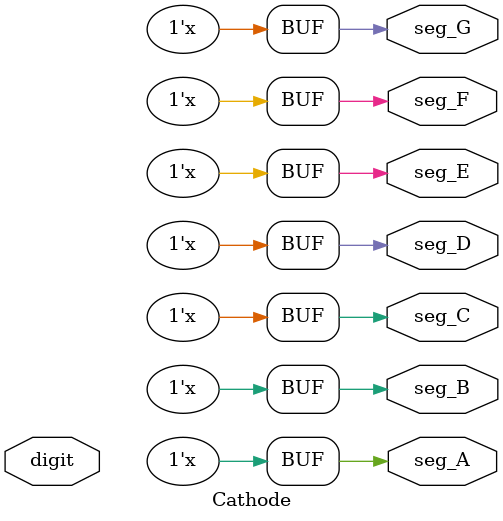
<source format=v>
`timescale 1ns / 1ps


module Cathode (
    input [7:0] digit,
    output reg seg_A,
    output reg seg_B,
    output reg seg_C,
    output reg seg_D,
    output reg seg_E,
    output reg seg_F,
    output reg seg_G
);

    reg [6:0] segments = 7'b0000000;
    
    always@ (digit) begin
        case(digit)
            8'b00000000 : segments <= 7'b1111110;//0
            8'b00000001 : segments <= 7'b0110000;//1
            8'b00000010 : segments <= 7'b1101101;//2
            8'b00000011 : segments <= 7'b1111001;//3
            8'b00000100 : segments <= 7'b0110011;//4       
            8'b00000101 : segments <= 7'b1011011;//5
            8'b00000110 : segments <= 7'b1011111;//6
            8'b00000111 : segments <= 7'b1110000;//7
            8'b00001000 : segments <= 7'b1111111;//8
            8'b00001001 : segments <= 7'b1111011;//9
       endcase
        
           seg_A = ~segments[6];
           seg_B = ~segments[5];
           seg_C = ~segments[4];
           seg_D = ~segments[3];
           seg_E = ~segments[2];
           seg_F = ~segments[1];
           seg_G = ~segments[0];
    end
endmodule

</source>
